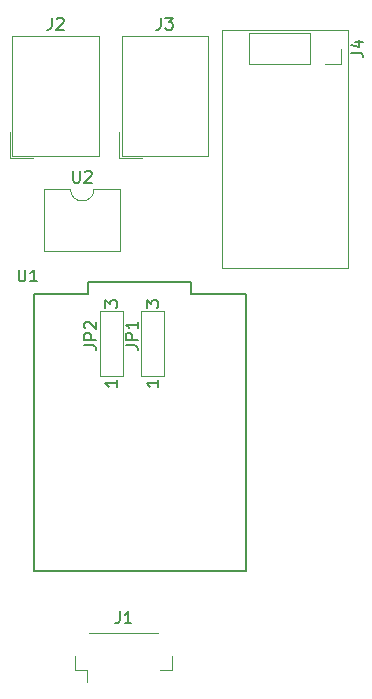
<source format=gbr>
%TF.GenerationSoftware,KiCad,Pcbnew,8.0.4*%
%TF.CreationDate,2024-08-15T17:47:52+02:00*%
%TF.ProjectId,Fingerprint_doorbell,46696e67-6572-4707-9269-6e745f646f6f,rev?*%
%TF.SameCoordinates,Original*%
%TF.FileFunction,Legend,Top*%
%TF.FilePolarity,Positive*%
%FSLAX46Y46*%
G04 Gerber Fmt 4.6, Leading zero omitted, Abs format (unit mm)*
G04 Created by KiCad (PCBNEW 8.0.4) date 2024-08-15 17:47:52*
%MOMM*%
%LPD*%
G01*
G04 APERTURE LIST*
%ADD10C,0.100000*%
%ADD11C,0.150000*%
%ADD12C,0.120000*%
%ADD13C,0.127000*%
G04 APERTURE END LIST*
D10*
X80860000Y-35900000D02*
X91460000Y-35900000D01*
X91460000Y-56100000D01*
X80860000Y-56100000D01*
X80860000Y-35900000D01*
D11*
X68238095Y-47854819D02*
X68238095Y-48664342D01*
X68238095Y-48664342D02*
X68285714Y-48759580D01*
X68285714Y-48759580D02*
X68333333Y-48807200D01*
X68333333Y-48807200D02*
X68428571Y-48854819D01*
X68428571Y-48854819D02*
X68619047Y-48854819D01*
X68619047Y-48854819D02*
X68714285Y-48807200D01*
X68714285Y-48807200D02*
X68761904Y-48759580D01*
X68761904Y-48759580D02*
X68809523Y-48664342D01*
X68809523Y-48664342D02*
X68809523Y-47854819D01*
X69238095Y-47950057D02*
X69285714Y-47902438D01*
X69285714Y-47902438D02*
X69380952Y-47854819D01*
X69380952Y-47854819D02*
X69619047Y-47854819D01*
X69619047Y-47854819D02*
X69714285Y-47902438D01*
X69714285Y-47902438D02*
X69761904Y-47950057D01*
X69761904Y-47950057D02*
X69809523Y-48045295D01*
X69809523Y-48045295D02*
X69809523Y-48140533D01*
X69809523Y-48140533D02*
X69761904Y-48283390D01*
X69761904Y-48283390D02*
X69190476Y-48854819D01*
X69190476Y-48854819D02*
X69809523Y-48854819D01*
X91764819Y-37833333D02*
X92479104Y-37833333D01*
X92479104Y-37833333D02*
X92621961Y-37880952D01*
X92621961Y-37880952D02*
X92717200Y-37976190D01*
X92717200Y-37976190D02*
X92764819Y-38119047D01*
X92764819Y-38119047D02*
X92764819Y-38214285D01*
X92098152Y-36928571D02*
X92764819Y-36928571D01*
X91717200Y-37166666D02*
X92431485Y-37404761D01*
X92431485Y-37404761D02*
X92431485Y-36785714D01*
X75666666Y-34894819D02*
X75666666Y-35609104D01*
X75666666Y-35609104D02*
X75619047Y-35751961D01*
X75619047Y-35751961D02*
X75523809Y-35847200D01*
X75523809Y-35847200D02*
X75380952Y-35894819D01*
X75380952Y-35894819D02*
X75285714Y-35894819D01*
X76047619Y-34894819D02*
X76666666Y-34894819D01*
X76666666Y-34894819D02*
X76333333Y-35275771D01*
X76333333Y-35275771D02*
X76476190Y-35275771D01*
X76476190Y-35275771D02*
X76571428Y-35323390D01*
X76571428Y-35323390D02*
X76619047Y-35371009D01*
X76619047Y-35371009D02*
X76666666Y-35466247D01*
X76666666Y-35466247D02*
X76666666Y-35704342D01*
X76666666Y-35704342D02*
X76619047Y-35799580D01*
X76619047Y-35799580D02*
X76571428Y-35847200D01*
X76571428Y-35847200D02*
X76476190Y-35894819D01*
X76476190Y-35894819D02*
X76190476Y-35894819D01*
X76190476Y-35894819D02*
X76095238Y-35847200D01*
X76095238Y-35847200D02*
X76047619Y-35799580D01*
X66416666Y-34894819D02*
X66416666Y-35609104D01*
X66416666Y-35609104D02*
X66369047Y-35751961D01*
X66369047Y-35751961D02*
X66273809Y-35847200D01*
X66273809Y-35847200D02*
X66130952Y-35894819D01*
X66130952Y-35894819D02*
X66035714Y-35894819D01*
X66845238Y-34990057D02*
X66892857Y-34942438D01*
X66892857Y-34942438D02*
X66988095Y-34894819D01*
X66988095Y-34894819D02*
X67226190Y-34894819D01*
X67226190Y-34894819D02*
X67321428Y-34942438D01*
X67321428Y-34942438D02*
X67369047Y-34990057D01*
X67369047Y-34990057D02*
X67416666Y-35085295D01*
X67416666Y-35085295D02*
X67416666Y-35180533D01*
X67416666Y-35180533D02*
X67369047Y-35323390D01*
X67369047Y-35323390D02*
X66797619Y-35894819D01*
X66797619Y-35894819D02*
X67416666Y-35894819D01*
X69179819Y-62608333D02*
X69894104Y-62608333D01*
X69894104Y-62608333D02*
X70036961Y-62655952D01*
X70036961Y-62655952D02*
X70132200Y-62751190D01*
X70132200Y-62751190D02*
X70179819Y-62894047D01*
X70179819Y-62894047D02*
X70179819Y-62989285D01*
X70179819Y-62132142D02*
X69179819Y-62132142D01*
X69179819Y-62132142D02*
X69179819Y-61751190D01*
X69179819Y-61751190D02*
X69227438Y-61655952D01*
X69227438Y-61655952D02*
X69275057Y-61608333D01*
X69275057Y-61608333D02*
X69370295Y-61560714D01*
X69370295Y-61560714D02*
X69513152Y-61560714D01*
X69513152Y-61560714D02*
X69608390Y-61608333D01*
X69608390Y-61608333D02*
X69656009Y-61655952D01*
X69656009Y-61655952D02*
X69703628Y-61751190D01*
X69703628Y-61751190D02*
X69703628Y-62132142D01*
X69275057Y-61179761D02*
X69227438Y-61132142D01*
X69227438Y-61132142D02*
X69179819Y-61036904D01*
X69179819Y-61036904D02*
X69179819Y-60798809D01*
X69179819Y-60798809D02*
X69227438Y-60703571D01*
X69227438Y-60703571D02*
X69275057Y-60655952D01*
X69275057Y-60655952D02*
X69370295Y-60608333D01*
X69370295Y-60608333D02*
X69465533Y-60608333D01*
X69465533Y-60608333D02*
X69608390Y-60655952D01*
X69608390Y-60655952D02*
X70179819Y-61227380D01*
X70179819Y-61227380D02*
X70179819Y-60608333D01*
X70954819Y-59433332D02*
X70954819Y-58814285D01*
X70954819Y-58814285D02*
X71335771Y-59147618D01*
X71335771Y-59147618D02*
X71335771Y-59004761D01*
X71335771Y-59004761D02*
X71383390Y-58909523D01*
X71383390Y-58909523D02*
X71431009Y-58861904D01*
X71431009Y-58861904D02*
X71526247Y-58814285D01*
X71526247Y-58814285D02*
X71764342Y-58814285D01*
X71764342Y-58814285D02*
X71859580Y-58861904D01*
X71859580Y-58861904D02*
X71907200Y-58909523D01*
X71907200Y-58909523D02*
X71954819Y-59004761D01*
X71954819Y-59004761D02*
X71954819Y-59290475D01*
X71954819Y-59290475D02*
X71907200Y-59385713D01*
X71907200Y-59385713D02*
X71859580Y-59433332D01*
X71954819Y-65564285D02*
X71954819Y-66135713D01*
X71954819Y-65849999D02*
X70954819Y-65849999D01*
X70954819Y-65849999D02*
X71097676Y-65945237D01*
X71097676Y-65945237D02*
X71192914Y-66040475D01*
X71192914Y-66040475D02*
X71240533Y-66135713D01*
X72679819Y-62608333D02*
X73394104Y-62608333D01*
X73394104Y-62608333D02*
X73536961Y-62655952D01*
X73536961Y-62655952D02*
X73632200Y-62751190D01*
X73632200Y-62751190D02*
X73679819Y-62894047D01*
X73679819Y-62894047D02*
X73679819Y-62989285D01*
X73679819Y-62132142D02*
X72679819Y-62132142D01*
X72679819Y-62132142D02*
X72679819Y-61751190D01*
X72679819Y-61751190D02*
X72727438Y-61655952D01*
X72727438Y-61655952D02*
X72775057Y-61608333D01*
X72775057Y-61608333D02*
X72870295Y-61560714D01*
X72870295Y-61560714D02*
X73013152Y-61560714D01*
X73013152Y-61560714D02*
X73108390Y-61608333D01*
X73108390Y-61608333D02*
X73156009Y-61655952D01*
X73156009Y-61655952D02*
X73203628Y-61751190D01*
X73203628Y-61751190D02*
X73203628Y-62132142D01*
X73679819Y-60608333D02*
X73679819Y-61179761D01*
X73679819Y-60894047D02*
X72679819Y-60894047D01*
X72679819Y-60894047D02*
X72822676Y-60989285D01*
X72822676Y-60989285D02*
X72917914Y-61084523D01*
X72917914Y-61084523D02*
X72965533Y-61179761D01*
X74454819Y-59433332D02*
X74454819Y-58814285D01*
X74454819Y-58814285D02*
X74835771Y-59147618D01*
X74835771Y-59147618D02*
X74835771Y-59004761D01*
X74835771Y-59004761D02*
X74883390Y-58909523D01*
X74883390Y-58909523D02*
X74931009Y-58861904D01*
X74931009Y-58861904D02*
X75026247Y-58814285D01*
X75026247Y-58814285D02*
X75264342Y-58814285D01*
X75264342Y-58814285D02*
X75359580Y-58861904D01*
X75359580Y-58861904D02*
X75407200Y-58909523D01*
X75407200Y-58909523D02*
X75454819Y-59004761D01*
X75454819Y-59004761D02*
X75454819Y-59290475D01*
X75454819Y-59290475D02*
X75407200Y-59385713D01*
X75407200Y-59385713D02*
X75359580Y-59433332D01*
X75454819Y-65564285D02*
X75454819Y-66135713D01*
X75454819Y-65849999D02*
X74454819Y-65849999D01*
X74454819Y-65849999D02*
X74597676Y-65945237D01*
X74597676Y-65945237D02*
X74692914Y-66040475D01*
X74692914Y-66040475D02*
X74740533Y-66135713D01*
X72166666Y-85154819D02*
X72166666Y-85869104D01*
X72166666Y-85869104D02*
X72119047Y-86011961D01*
X72119047Y-86011961D02*
X72023809Y-86107200D01*
X72023809Y-86107200D02*
X71880952Y-86154819D01*
X71880952Y-86154819D02*
X71785714Y-86154819D01*
X73166666Y-86154819D02*
X72595238Y-86154819D01*
X72880952Y-86154819D02*
X72880952Y-85154819D01*
X72880952Y-85154819D02*
X72785714Y-85297676D01*
X72785714Y-85297676D02*
X72690476Y-85392914D01*
X72690476Y-85392914D02*
X72595238Y-85440533D01*
X63618095Y-56204819D02*
X63618095Y-57014342D01*
X63618095Y-57014342D02*
X63665714Y-57109580D01*
X63665714Y-57109580D02*
X63713333Y-57157200D01*
X63713333Y-57157200D02*
X63808571Y-57204819D01*
X63808571Y-57204819D02*
X63999047Y-57204819D01*
X63999047Y-57204819D02*
X64094285Y-57157200D01*
X64094285Y-57157200D02*
X64141904Y-57109580D01*
X64141904Y-57109580D02*
X64189523Y-57014342D01*
X64189523Y-57014342D02*
X64189523Y-56204819D01*
X65189523Y-57204819D02*
X64618095Y-57204819D01*
X64903809Y-57204819D02*
X64903809Y-56204819D01*
X64903809Y-56204819D02*
X64808571Y-56347676D01*
X64808571Y-56347676D02*
X64713333Y-56442914D01*
X64713333Y-56442914D02*
X64618095Y-56490533D01*
D12*
%TO.C,U2*%
X65765000Y-49400000D02*
X65765000Y-54600000D01*
X65765000Y-54600000D02*
X72235000Y-54600000D01*
X68000000Y-49400000D02*
X65765000Y-49400000D01*
X72235000Y-49400000D02*
X70000000Y-49400000D01*
X72235000Y-54600000D02*
X72235000Y-49400000D01*
X70000000Y-49400000D02*
G75*
G02*
X68000000Y-49400000I-1000000J0D01*
G01*
%TO.C,J4*%
X88270000Y-36170000D02*
X83130000Y-36170000D01*
X88270000Y-36170000D02*
X88270000Y-38830000D01*
X83130000Y-36170000D02*
X83130000Y-38830000D01*
X90870000Y-37500000D02*
X90870000Y-38830000D01*
X90870000Y-38830000D02*
X89540000Y-38830000D01*
X88270000Y-38830000D02*
X83130000Y-38830000D01*
%TO.C,J3*%
X72100000Y-44560000D02*
X72100000Y-46800000D01*
X72100000Y-46800000D02*
X74100000Y-46800000D01*
X72340000Y-36440000D02*
X72340000Y-46560000D01*
X72340000Y-36440000D02*
X79660000Y-36440000D01*
X72340000Y-46560000D02*
X79660000Y-46560000D01*
X79660000Y-36440000D02*
X79660000Y-46560000D01*
%TO.C,J2*%
X62850000Y-44560000D02*
X62850000Y-46800000D01*
X62850000Y-46800000D02*
X64850000Y-46800000D01*
X63090000Y-36440000D02*
X63090000Y-46560000D01*
X63090000Y-36440000D02*
X70410000Y-36440000D01*
X63090000Y-46560000D02*
X70410000Y-46560000D01*
X70410000Y-36440000D02*
X70410000Y-46560000D01*
%TO.C,JP2*%
X72450000Y-59750000D02*
X72450000Y-65250000D01*
X70500000Y-59750000D02*
X72450000Y-59750000D01*
X72450000Y-65250000D02*
X70500000Y-65250000D01*
X70500000Y-65250000D02*
X70500000Y-59750000D01*
%TO.C,JP1*%
X75950000Y-59750000D02*
X75950000Y-65250000D01*
X74000000Y-59750000D02*
X75950000Y-59750000D01*
X75950000Y-65250000D02*
X74000000Y-65250000D01*
X74000000Y-65250000D02*
X74000000Y-59750000D01*
%TO.C,J1*%
X76610000Y-90110000D02*
X75560000Y-90110000D01*
X76610000Y-88960000D02*
X76610000Y-90110000D01*
X69560000Y-86990000D02*
X75440000Y-86990000D01*
X69440000Y-90110000D02*
X69440000Y-91100000D01*
X68390000Y-90110000D02*
X69440000Y-90110000D01*
X68390000Y-88960000D02*
X68390000Y-90110000D01*
D13*
%TO.C,U1*%
X64880000Y-81750000D02*
X64880000Y-58250000D01*
X69520000Y-57250000D02*
X69520000Y-58250000D01*
X69520000Y-58250000D02*
X64880000Y-58250000D01*
X78240000Y-57250000D02*
X69520000Y-57250000D01*
X78240000Y-57250000D02*
X78240000Y-58250000D01*
X82880000Y-58250000D02*
X78240000Y-58250000D01*
X82880000Y-81750000D02*
X64880000Y-81750000D01*
X82880000Y-81750000D02*
X82880000Y-58250000D01*
%TD*%
M02*

</source>
